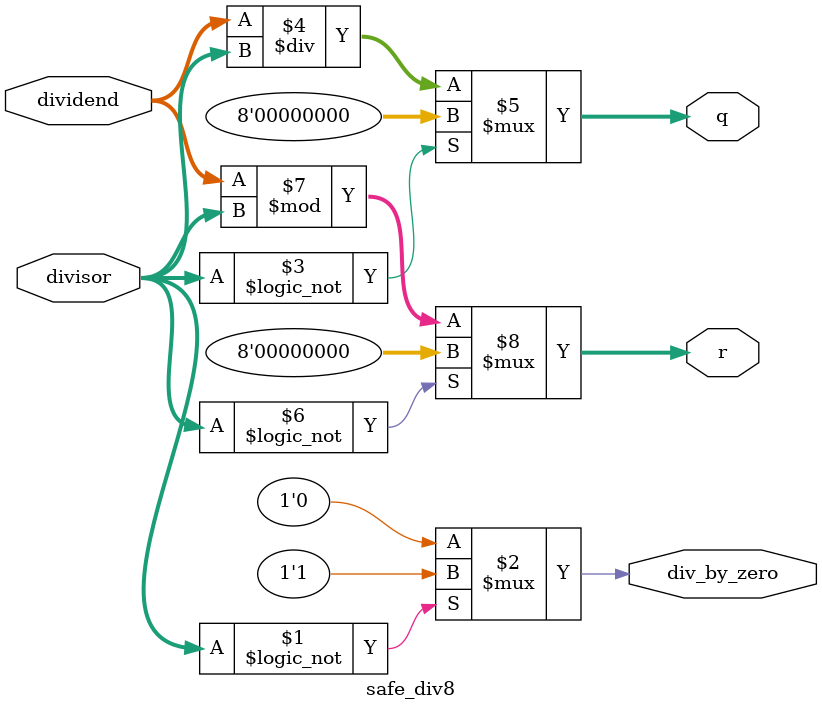
<source format=v>
module safe_div8 (
    input  [7:0] dividend,
    input  [7:0] divisor,
    output [7:0] q,
    output [7:0] r,
    output     div_by_zero
);
    
    assign div_by_zero = (divisor == 8'd0) ? 1'b1 : 1'b0;
    assign q           = (divisor == 8'd0) ? 8'd0  : (dividend / divisor);
    assign r           = (divisor == 8'd0) ? 8'd0  : (dividend % divisor);
endmodule

</source>
